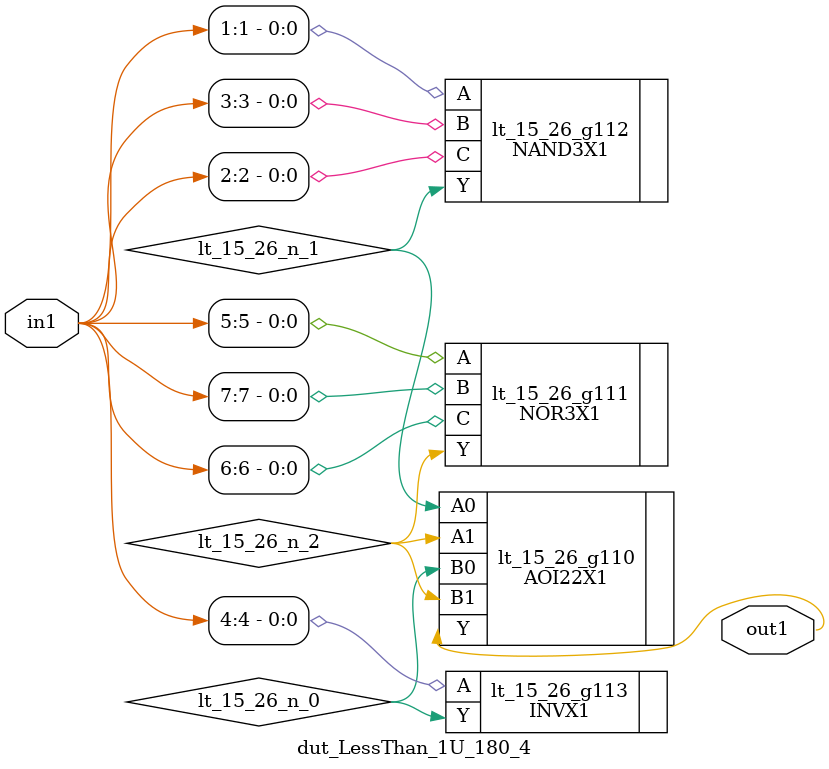
<source format=v>
`timescale 1ps / 1ps


module dut_LessThan_1U_180_4(in1, out1);
  input [7:0] in1;
  output out1;
  wire [7:0] in1;
  wire out1;
  wire lt_15_26_n_0, lt_15_26_n_1, lt_15_26_n_2;
  AOI22X1 lt_15_26_g110(.A0 (lt_15_26_n_1), .A1 (lt_15_26_n_2), .B0
       (lt_15_26_n_0), .B1 (lt_15_26_n_2), .Y (out1));
  NOR3X1 lt_15_26_g111(.A (in1[5]), .B (in1[7]), .C (in1[6]), .Y
       (lt_15_26_n_2));
  NAND3X1 lt_15_26_g112(.A (in1[1]), .B (in1[3]), .C (in1[2]), .Y
       (lt_15_26_n_1));
  INVX1 lt_15_26_g113(.A (in1[4]), .Y (lt_15_26_n_0));
endmodule



</source>
